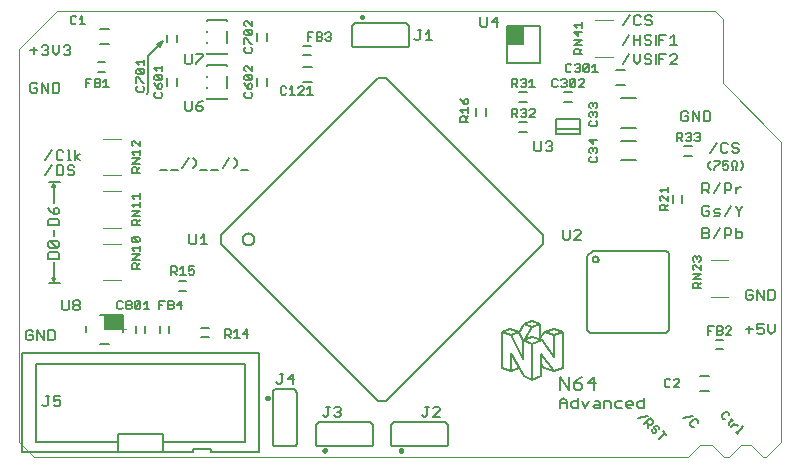
<source format=gto>
G75*
%MOIN*%
%OFA0B0*%
%FSLAX25Y25*%
%IPPOS*%
%LPD*%
%AMOC8*
5,1,8,0,0,1.08239X$1,22.5*
%
%ADD10C,0.00000*%
%ADD11C,0.00600*%
%ADD12C,0.00500*%
%ADD13C,0.00800*%
%ADD14C,0.01200*%
%ADD15C,0.00787*%
%ADD16C,0.00400*%
D10*
X0009500Y0011000D02*
X0227500Y0011000D01*
X0231500Y0015000D01*
X0235500Y0015000D01*
X0239500Y0011000D01*
X0241000Y0011000D01*
X0245000Y0015000D01*
X0248500Y0015000D01*
X0252500Y0011000D01*
X0253500Y0011000D01*
X0258500Y0016000D01*
X0258500Y0116000D01*
X0239000Y0135500D01*
X0239000Y0157000D01*
X0236500Y0159500D01*
X0017000Y0159500D01*
X0004500Y0147000D01*
X0004500Y0016000D01*
X0009500Y0011000D01*
X0039299Y0053500D02*
X0040283Y0053500D01*
D11*
X0043437Y0052250D02*
X0043437Y0054750D01*
X0046562Y0054750D02*
X0046562Y0052250D01*
X0051437Y0052250D02*
X0051437Y0054750D01*
X0054562Y0054750D02*
X0054562Y0052250D01*
X0065250Y0050937D02*
X0067750Y0050937D01*
X0067750Y0054062D02*
X0065250Y0054062D01*
X0060250Y0066438D02*
X0057750Y0066438D01*
X0057750Y0069563D02*
X0060250Y0069563D01*
X0061867Y0081800D02*
X0063001Y0081800D01*
X0063569Y0082367D01*
X0063569Y0085203D01*
X0064983Y0084069D02*
X0066117Y0085203D01*
X0066117Y0081800D01*
X0064983Y0081800D02*
X0067252Y0081800D01*
X0061867Y0081800D02*
X0061300Y0082367D01*
X0061300Y0085203D01*
X0064958Y0106733D02*
X0067227Y0106733D01*
X0068642Y0106733D02*
X0070910Y0106733D01*
X0072325Y0107300D02*
X0074593Y0110703D01*
X0076008Y0110703D02*
X0077142Y0109569D01*
X0077142Y0108434D01*
X0076008Y0107300D01*
X0078463Y0106733D02*
X0080732Y0106733D01*
X0063637Y0108434D02*
X0063637Y0109569D01*
X0062503Y0110703D01*
X0061088Y0110703D02*
X0058820Y0107300D01*
X0057405Y0106733D02*
X0055137Y0106733D01*
X0053722Y0106733D02*
X0051454Y0106733D01*
X0062503Y0107300D02*
X0063637Y0108434D01*
X0064050Y0126300D02*
X0065185Y0126300D01*
X0065752Y0126867D01*
X0065752Y0127434D01*
X0065185Y0128001D01*
X0063483Y0128001D01*
X0063483Y0126867D01*
X0064050Y0126300D01*
X0063483Y0128001D02*
X0064617Y0129136D01*
X0065752Y0129703D01*
X0067309Y0130400D02*
X0067309Y0130773D01*
X0067309Y0130400D02*
X0073691Y0130400D01*
X0073691Y0130773D01*
X0073691Y0133943D02*
X0073691Y0138057D01*
X0073691Y0141227D02*
X0073691Y0141600D01*
X0067309Y0141600D01*
X0067309Y0141227D01*
X0067309Y0138057D02*
X0067309Y0137683D01*
X0067309Y0134317D02*
X0067309Y0133943D01*
X0062069Y0129703D02*
X0062069Y0126867D01*
X0061501Y0126300D01*
X0060367Y0126300D01*
X0059800Y0126867D01*
X0059800Y0129703D01*
X0057062Y0134750D02*
X0057062Y0137250D01*
X0053937Y0137250D02*
X0053937Y0134750D01*
X0047500Y0132500D02*
X0047000Y0132000D01*
X0047500Y0132500D02*
X0047500Y0144500D01*
X0052500Y0149500D01*
X0050500Y0148500D01*
X0051500Y0147500D02*
X0052500Y0149500D01*
X0053937Y0149250D02*
X0053937Y0151750D01*
X0057062Y0151750D02*
X0057062Y0149250D01*
X0059800Y0145203D02*
X0059800Y0142367D01*
X0060367Y0141800D01*
X0061501Y0141800D01*
X0062069Y0142367D01*
X0062069Y0145203D01*
X0063483Y0145203D02*
X0065752Y0145203D01*
X0065752Y0144636D01*
X0063483Y0142367D01*
X0063483Y0141800D01*
X0067309Y0145400D02*
X0067309Y0145773D01*
X0067309Y0145400D02*
X0073691Y0145400D01*
X0073691Y0145773D01*
X0073691Y0148943D02*
X0073691Y0153057D01*
X0073691Y0156227D02*
X0073691Y0156600D01*
X0067309Y0156600D01*
X0067309Y0156227D01*
X0067309Y0153057D02*
X0067309Y0152683D01*
X0067309Y0149317D02*
X0067309Y0148943D01*
X0083938Y0149750D02*
X0083938Y0152250D01*
X0087062Y0152250D02*
X0087062Y0149750D01*
X0099250Y0148063D02*
X0101750Y0148063D01*
X0101750Y0144938D02*
X0099250Y0144938D01*
X0099000Y0141000D02*
X0102000Y0141000D01*
X0102000Y0136000D02*
X0099000Y0136000D01*
X0087062Y0137250D02*
X0087062Y0134750D01*
X0083938Y0134750D02*
X0083938Y0137250D01*
X0115500Y0148500D02*
X0115500Y0154500D01*
X0115502Y0154560D01*
X0115507Y0154621D01*
X0115516Y0154680D01*
X0115529Y0154739D01*
X0115545Y0154798D01*
X0115565Y0154855D01*
X0115588Y0154910D01*
X0115615Y0154965D01*
X0115644Y0155017D01*
X0115677Y0155068D01*
X0115713Y0155117D01*
X0115751Y0155163D01*
X0115793Y0155207D01*
X0115837Y0155249D01*
X0115883Y0155287D01*
X0115932Y0155323D01*
X0115983Y0155356D01*
X0116035Y0155385D01*
X0116090Y0155412D01*
X0116145Y0155435D01*
X0116202Y0155455D01*
X0116261Y0155471D01*
X0116320Y0155484D01*
X0116379Y0155493D01*
X0116440Y0155498D01*
X0116500Y0155500D01*
X0133500Y0155500D01*
X0133560Y0155498D01*
X0133621Y0155493D01*
X0133680Y0155484D01*
X0133739Y0155471D01*
X0133798Y0155455D01*
X0133855Y0155435D01*
X0133910Y0155412D01*
X0133965Y0155385D01*
X0134017Y0155356D01*
X0134068Y0155323D01*
X0134117Y0155287D01*
X0134163Y0155249D01*
X0134207Y0155207D01*
X0134249Y0155163D01*
X0134287Y0155117D01*
X0134323Y0155068D01*
X0134356Y0155017D01*
X0134385Y0154965D01*
X0134412Y0154910D01*
X0134435Y0154855D01*
X0134455Y0154798D01*
X0134471Y0154739D01*
X0134484Y0154680D01*
X0134493Y0154621D01*
X0134498Y0154560D01*
X0134500Y0154500D01*
X0134500Y0148500D01*
X0134498Y0148440D01*
X0134493Y0148379D01*
X0134484Y0148320D01*
X0134471Y0148261D01*
X0134455Y0148202D01*
X0134435Y0148145D01*
X0134412Y0148090D01*
X0134385Y0148035D01*
X0134356Y0147983D01*
X0134323Y0147932D01*
X0134287Y0147883D01*
X0134249Y0147837D01*
X0134207Y0147793D01*
X0134163Y0147751D01*
X0134117Y0147713D01*
X0134068Y0147677D01*
X0134017Y0147644D01*
X0133965Y0147615D01*
X0133910Y0147588D01*
X0133855Y0147565D01*
X0133798Y0147545D01*
X0133739Y0147529D01*
X0133680Y0147516D01*
X0133621Y0147507D01*
X0133560Y0147502D01*
X0133500Y0147500D01*
X0116500Y0147500D01*
X0116440Y0147502D01*
X0116379Y0147507D01*
X0116320Y0147516D01*
X0116261Y0147529D01*
X0116202Y0147545D01*
X0116145Y0147565D01*
X0116090Y0147588D01*
X0116035Y0147615D01*
X0115983Y0147644D01*
X0115932Y0147677D01*
X0115883Y0147713D01*
X0115837Y0147751D01*
X0115793Y0147793D01*
X0115751Y0147837D01*
X0115713Y0147883D01*
X0115677Y0147932D01*
X0115644Y0147983D01*
X0115615Y0148035D01*
X0115588Y0148090D01*
X0115565Y0148145D01*
X0115545Y0148202D01*
X0115529Y0148261D01*
X0115516Y0148320D01*
X0115507Y0148379D01*
X0115502Y0148440D01*
X0115500Y0148500D01*
X0136300Y0150367D02*
X0136867Y0149800D01*
X0137434Y0149800D01*
X0138001Y0150367D01*
X0138001Y0153203D01*
X0137434Y0153203D02*
X0138569Y0153203D01*
X0139983Y0152069D02*
X0141117Y0153203D01*
X0141117Y0149800D01*
X0139983Y0149800D02*
X0142252Y0149800D01*
X0158300Y0154867D02*
X0158867Y0154300D01*
X0160001Y0154300D01*
X0160569Y0154867D01*
X0160569Y0157703D01*
X0161983Y0156001D02*
X0164252Y0156001D01*
X0163685Y0154300D02*
X0163685Y0157703D01*
X0161983Y0156001D01*
X0158300Y0154867D02*
X0158300Y0157703D01*
X0171250Y0132563D02*
X0173750Y0132563D01*
X0173750Y0129437D02*
X0171250Y0129437D01*
X0171250Y0122562D02*
X0173750Y0122562D01*
X0173750Y0119437D02*
X0171250Y0119437D01*
X0176300Y0116203D02*
X0176300Y0113367D01*
X0176867Y0112800D01*
X0178001Y0112800D01*
X0178569Y0113367D01*
X0178569Y0116203D01*
X0179983Y0115636D02*
X0180550Y0116203D01*
X0181685Y0116203D01*
X0182252Y0115636D01*
X0182252Y0115069D01*
X0181685Y0114501D01*
X0182252Y0113934D01*
X0182252Y0113367D01*
X0181685Y0112800D01*
X0180550Y0112800D01*
X0179983Y0113367D01*
X0181117Y0114501D02*
X0181685Y0114501D01*
X0183563Y0118539D02*
X0183563Y0120131D01*
X0191437Y0120131D01*
X0191437Y0118539D01*
X0183563Y0118539D01*
X0183563Y0120131D02*
X0183563Y0123461D01*
X0191437Y0123461D01*
X0191437Y0120131D01*
X0205000Y0120500D02*
X0210000Y0120500D01*
X0210000Y0116125D02*
X0205000Y0116125D01*
X0205000Y0109875D02*
X0210000Y0109875D01*
X0226250Y0111437D02*
X0228750Y0111437D01*
X0228750Y0114562D02*
X0226250Y0114562D01*
X0234800Y0112300D02*
X0237069Y0115703D01*
X0238483Y0115136D02*
X0238483Y0112867D01*
X0239050Y0112300D01*
X0240185Y0112300D01*
X0240752Y0112867D01*
X0242166Y0112867D02*
X0242733Y0112300D01*
X0243868Y0112300D01*
X0244435Y0112867D01*
X0244435Y0113434D01*
X0243868Y0114001D01*
X0242733Y0114001D01*
X0242166Y0114569D01*
X0242166Y0115136D01*
X0242733Y0115703D01*
X0243868Y0115703D01*
X0244435Y0115136D01*
X0240752Y0115136D02*
X0240185Y0115703D01*
X0239050Y0115703D01*
X0238483Y0115136D01*
X0234368Y0122800D02*
X0232666Y0122800D01*
X0232666Y0126203D01*
X0234368Y0126203D01*
X0234935Y0125636D01*
X0234935Y0123367D01*
X0234368Y0122800D01*
X0231252Y0122800D02*
X0231252Y0126203D01*
X0228983Y0126203D02*
X0231252Y0122800D01*
X0228983Y0122800D02*
X0228983Y0126203D01*
X0227569Y0125636D02*
X0227001Y0126203D01*
X0225867Y0126203D01*
X0225300Y0125636D01*
X0225300Y0123367D01*
X0225867Y0122800D01*
X0227001Y0122800D01*
X0227569Y0123367D01*
X0227569Y0124501D01*
X0226434Y0124501D01*
X0210000Y0130500D02*
X0205000Y0130500D01*
X0203500Y0135000D02*
X0206500Y0135000D01*
X0206500Y0140000D02*
X0203500Y0140000D01*
X0205657Y0141800D02*
X0207925Y0145203D01*
X0209340Y0145203D02*
X0209340Y0142934D01*
X0210474Y0141800D01*
X0211608Y0142934D01*
X0211608Y0145203D01*
X0213023Y0144636D02*
X0213023Y0144069D01*
X0213590Y0143501D01*
X0214724Y0143501D01*
X0215291Y0142934D01*
X0215291Y0142367D01*
X0214724Y0141800D01*
X0213590Y0141800D01*
X0213023Y0142367D01*
X0213023Y0144636D02*
X0213590Y0145203D01*
X0214724Y0145203D01*
X0215291Y0144636D01*
X0216706Y0145203D02*
X0216706Y0141800D01*
X0217934Y0141800D02*
X0217934Y0145203D01*
X0220202Y0145203D01*
X0221617Y0144636D02*
X0222184Y0145203D01*
X0223318Y0145203D01*
X0223885Y0144636D01*
X0223885Y0144069D01*
X0221617Y0141800D01*
X0223885Y0141800D01*
X0219068Y0143501D02*
X0217934Y0143501D01*
X0217934Y0148300D02*
X0217934Y0151703D01*
X0220202Y0151703D01*
X0221617Y0150569D02*
X0222751Y0151703D01*
X0222751Y0148300D01*
X0221617Y0148300D02*
X0223885Y0148300D01*
X0219068Y0150001D02*
X0217934Y0150001D01*
X0216706Y0148300D02*
X0216706Y0151703D01*
X0215291Y0151136D02*
X0214724Y0151703D01*
X0213590Y0151703D01*
X0213023Y0151136D01*
X0213023Y0150569D01*
X0213590Y0150001D01*
X0214724Y0150001D01*
X0215291Y0149434D01*
X0215291Y0148867D01*
X0214724Y0148300D01*
X0213590Y0148300D01*
X0213023Y0148867D01*
X0211608Y0148300D02*
X0211608Y0151703D01*
X0211608Y0150001D02*
X0209340Y0150001D01*
X0209340Y0148300D02*
X0209340Y0151703D01*
X0207925Y0151703D02*
X0205657Y0148300D01*
X0205751Y0154800D02*
X0208019Y0158203D01*
X0209434Y0157636D02*
X0209434Y0155367D01*
X0210001Y0154800D01*
X0211135Y0154800D01*
X0211702Y0155367D01*
X0213117Y0155367D02*
X0213684Y0154800D01*
X0214818Y0154800D01*
X0215385Y0155367D01*
X0215385Y0155934D01*
X0214818Y0156501D01*
X0213684Y0156501D01*
X0213117Y0157069D01*
X0213117Y0157636D01*
X0213684Y0158203D01*
X0214818Y0158203D01*
X0215385Y0157636D01*
X0211702Y0157636D02*
X0211135Y0158203D01*
X0210001Y0158203D01*
X0209434Y0157636D01*
X0188750Y0132563D02*
X0186250Y0132563D01*
X0186250Y0129437D02*
X0188750Y0129437D01*
X0160063Y0127250D02*
X0160063Y0124750D01*
X0156938Y0124750D02*
X0156938Y0127250D01*
X0185800Y0086703D02*
X0185800Y0083867D01*
X0186367Y0083300D01*
X0187501Y0083300D01*
X0188069Y0083867D01*
X0188069Y0086703D01*
X0189483Y0086136D02*
X0190050Y0086703D01*
X0191185Y0086703D01*
X0191752Y0086136D01*
X0191752Y0085569D01*
X0189483Y0083300D01*
X0191752Y0083300D01*
X0195689Y0079780D02*
X0193720Y0077811D01*
X0193720Y0053205D01*
X0194705Y0052220D01*
X0220295Y0052220D01*
X0221280Y0053205D01*
X0221280Y0078795D01*
X0220295Y0079780D01*
X0195689Y0079780D01*
X0195689Y0076827D02*
X0195691Y0076889D01*
X0195697Y0076952D01*
X0195707Y0077013D01*
X0195721Y0077074D01*
X0195738Y0077134D01*
X0195759Y0077193D01*
X0195785Y0077250D01*
X0195813Y0077305D01*
X0195845Y0077359D01*
X0195881Y0077410D01*
X0195919Y0077460D01*
X0195961Y0077506D01*
X0196005Y0077550D01*
X0196053Y0077591D01*
X0196102Y0077629D01*
X0196154Y0077663D01*
X0196208Y0077694D01*
X0196264Y0077722D01*
X0196322Y0077746D01*
X0196381Y0077767D01*
X0196441Y0077783D01*
X0196502Y0077796D01*
X0196564Y0077805D01*
X0196626Y0077810D01*
X0196689Y0077811D01*
X0196751Y0077808D01*
X0196813Y0077801D01*
X0196875Y0077790D01*
X0196935Y0077775D01*
X0196995Y0077757D01*
X0197053Y0077735D01*
X0197110Y0077709D01*
X0197165Y0077679D01*
X0197218Y0077646D01*
X0197269Y0077610D01*
X0197317Y0077571D01*
X0197363Y0077528D01*
X0197406Y0077483D01*
X0197446Y0077435D01*
X0197483Y0077385D01*
X0197517Y0077332D01*
X0197548Y0077278D01*
X0197574Y0077222D01*
X0197598Y0077164D01*
X0197617Y0077104D01*
X0197633Y0077044D01*
X0197645Y0076982D01*
X0197653Y0076921D01*
X0197657Y0076858D01*
X0197657Y0076796D01*
X0197653Y0076733D01*
X0197645Y0076672D01*
X0197633Y0076610D01*
X0197617Y0076550D01*
X0197598Y0076490D01*
X0197574Y0076432D01*
X0197548Y0076376D01*
X0197517Y0076322D01*
X0197483Y0076269D01*
X0197446Y0076219D01*
X0197406Y0076171D01*
X0197363Y0076126D01*
X0197317Y0076083D01*
X0197269Y0076044D01*
X0197218Y0076008D01*
X0197165Y0075975D01*
X0197110Y0075945D01*
X0197053Y0075919D01*
X0196995Y0075897D01*
X0196935Y0075879D01*
X0196875Y0075864D01*
X0196813Y0075853D01*
X0196751Y0075846D01*
X0196689Y0075843D01*
X0196626Y0075844D01*
X0196564Y0075849D01*
X0196502Y0075858D01*
X0196441Y0075871D01*
X0196381Y0075887D01*
X0196322Y0075908D01*
X0196264Y0075932D01*
X0196208Y0075960D01*
X0196154Y0075991D01*
X0196102Y0076025D01*
X0196053Y0076063D01*
X0196005Y0076104D01*
X0195961Y0076148D01*
X0195919Y0076194D01*
X0195881Y0076244D01*
X0195845Y0076295D01*
X0195813Y0076349D01*
X0195785Y0076404D01*
X0195759Y0076461D01*
X0195738Y0076520D01*
X0195721Y0076580D01*
X0195707Y0076641D01*
X0195697Y0076702D01*
X0195691Y0076765D01*
X0195689Y0076827D01*
X0222437Y0095750D02*
X0222437Y0098250D01*
X0225562Y0098250D02*
X0225562Y0095750D01*
X0232300Y0094136D02*
X0232300Y0091867D01*
X0232867Y0091300D01*
X0234001Y0091300D01*
X0234569Y0091867D01*
X0234569Y0093001D01*
X0233434Y0093001D01*
X0232300Y0094136D02*
X0232867Y0094703D01*
X0234001Y0094703D01*
X0234569Y0094136D01*
X0235983Y0093001D02*
X0236550Y0092434D01*
X0237685Y0092434D01*
X0238252Y0091867D01*
X0237685Y0091300D01*
X0235983Y0091300D01*
X0235983Y0093001D02*
X0236550Y0093569D01*
X0238252Y0093569D01*
X0239666Y0091300D02*
X0241935Y0094703D01*
X0243349Y0094703D02*
X0243349Y0094136D01*
X0244484Y0093001D01*
X0244484Y0091300D01*
X0244484Y0093001D02*
X0245618Y0094136D01*
X0245618Y0094703D01*
X0243349Y0098800D02*
X0243349Y0101069D01*
X0243349Y0099934D02*
X0244484Y0101069D01*
X0245051Y0101069D01*
X0241935Y0101636D02*
X0241935Y0100501D01*
X0241368Y0099934D01*
X0239666Y0099934D01*
X0239666Y0098800D02*
X0239666Y0102203D01*
X0241368Y0102203D01*
X0241935Y0101636D01*
X0238252Y0102203D02*
X0235983Y0098800D01*
X0234569Y0098800D02*
X0233434Y0099934D01*
X0234001Y0099934D02*
X0232300Y0099934D01*
X0232300Y0098800D02*
X0232300Y0102203D01*
X0234001Y0102203D01*
X0234569Y0101636D01*
X0234569Y0100501D01*
X0234001Y0099934D01*
X0234001Y0087203D02*
X0232300Y0087203D01*
X0232300Y0083800D01*
X0234001Y0083800D01*
X0234569Y0084367D01*
X0234569Y0084934D01*
X0234001Y0085501D01*
X0232300Y0085501D01*
X0234001Y0085501D02*
X0234569Y0086069D01*
X0234569Y0086636D01*
X0234001Y0087203D01*
X0235983Y0083800D02*
X0238252Y0087203D01*
X0239666Y0087203D02*
X0241368Y0087203D01*
X0241935Y0086636D01*
X0241935Y0085501D01*
X0241368Y0084934D01*
X0239666Y0084934D01*
X0239666Y0083800D02*
X0239666Y0087203D01*
X0243349Y0087203D02*
X0243349Y0083800D01*
X0245051Y0083800D01*
X0245618Y0084367D01*
X0245618Y0085501D01*
X0245051Y0086069D01*
X0243349Y0086069D01*
X0247367Y0066703D02*
X0246800Y0066136D01*
X0246800Y0063867D01*
X0247367Y0063300D01*
X0248501Y0063300D01*
X0249069Y0063867D01*
X0249069Y0065001D01*
X0247934Y0065001D01*
X0249069Y0066136D02*
X0248501Y0066703D01*
X0247367Y0066703D01*
X0250483Y0066703D02*
X0252752Y0063300D01*
X0252752Y0066703D01*
X0254166Y0066703D02*
X0255868Y0066703D01*
X0256435Y0066136D01*
X0256435Y0063867D01*
X0255868Y0063300D01*
X0254166Y0063300D01*
X0254166Y0066703D01*
X0250483Y0066703D02*
X0250483Y0063300D01*
X0250483Y0055203D02*
X0250483Y0053501D01*
X0251617Y0054069D01*
X0252185Y0054069D01*
X0252752Y0053501D01*
X0252752Y0052367D01*
X0252185Y0051800D01*
X0251050Y0051800D01*
X0250483Y0052367D01*
X0249069Y0053501D02*
X0246800Y0053501D01*
X0247934Y0052367D02*
X0247934Y0054636D01*
X0250483Y0055203D02*
X0252752Y0055203D01*
X0254166Y0055203D02*
X0254166Y0052934D01*
X0255301Y0051800D01*
X0256435Y0052934D01*
X0256435Y0055203D01*
X0239250Y0050062D02*
X0236750Y0050062D01*
X0236750Y0046937D02*
X0239250Y0046937D01*
X0234500Y0038000D02*
X0231500Y0038000D01*
X0231500Y0033000D02*
X0234500Y0033000D01*
X0212851Y0030703D02*
X0212851Y0027300D01*
X0211149Y0027300D01*
X0210582Y0027867D01*
X0210582Y0029001D01*
X0211149Y0029569D01*
X0212851Y0029569D01*
X0209167Y0029001D02*
X0209167Y0028434D01*
X0206899Y0028434D01*
X0206899Y0027867D02*
X0206899Y0029001D01*
X0207466Y0029569D01*
X0208600Y0029569D01*
X0209167Y0029001D01*
X0208600Y0027300D02*
X0207466Y0027300D01*
X0206899Y0027867D01*
X0205484Y0027300D02*
X0203783Y0027300D01*
X0203216Y0027867D01*
X0203216Y0029001D01*
X0203783Y0029569D01*
X0205484Y0029569D01*
X0201801Y0029001D02*
X0201801Y0027300D01*
X0201801Y0029001D02*
X0201234Y0029569D01*
X0199533Y0029569D01*
X0199533Y0027300D01*
X0198118Y0027300D02*
X0198118Y0029001D01*
X0197551Y0029569D01*
X0196417Y0029569D01*
X0196417Y0028434D02*
X0198118Y0028434D01*
X0198118Y0027300D02*
X0196417Y0027300D01*
X0195849Y0027867D01*
X0196417Y0028434D01*
X0194435Y0029569D02*
X0193301Y0027300D01*
X0192166Y0029569D01*
X0190752Y0029569D02*
X0189050Y0029569D01*
X0188483Y0029001D01*
X0188483Y0027867D01*
X0189050Y0027300D01*
X0190752Y0027300D01*
X0190752Y0030703D01*
X0187069Y0029569D02*
X0187069Y0027300D01*
X0187069Y0029001D02*
X0184800Y0029001D01*
X0184800Y0029569D02*
X0184800Y0027300D01*
X0184800Y0029569D02*
X0185934Y0030703D01*
X0187069Y0029569D01*
X0147500Y0021500D02*
X0147500Y0015500D01*
X0147498Y0015440D01*
X0147493Y0015379D01*
X0147484Y0015320D01*
X0147471Y0015261D01*
X0147455Y0015202D01*
X0147435Y0015145D01*
X0147412Y0015090D01*
X0147385Y0015035D01*
X0147356Y0014983D01*
X0147323Y0014932D01*
X0147287Y0014883D01*
X0147249Y0014837D01*
X0147207Y0014793D01*
X0147163Y0014751D01*
X0147117Y0014713D01*
X0147068Y0014677D01*
X0147017Y0014644D01*
X0146965Y0014615D01*
X0146910Y0014588D01*
X0146855Y0014565D01*
X0146798Y0014545D01*
X0146739Y0014529D01*
X0146680Y0014516D01*
X0146621Y0014507D01*
X0146560Y0014502D01*
X0146500Y0014500D01*
X0129500Y0014500D01*
X0129440Y0014502D01*
X0129379Y0014507D01*
X0129320Y0014516D01*
X0129261Y0014529D01*
X0129202Y0014545D01*
X0129145Y0014565D01*
X0129090Y0014588D01*
X0129035Y0014615D01*
X0128983Y0014644D01*
X0128932Y0014677D01*
X0128883Y0014713D01*
X0128837Y0014751D01*
X0128793Y0014793D01*
X0128751Y0014837D01*
X0128713Y0014883D01*
X0128677Y0014932D01*
X0128644Y0014983D01*
X0128615Y0015035D01*
X0128588Y0015090D01*
X0128565Y0015145D01*
X0128545Y0015202D01*
X0128529Y0015261D01*
X0128516Y0015320D01*
X0128507Y0015379D01*
X0128502Y0015440D01*
X0128500Y0015500D01*
X0128500Y0021500D01*
X0128502Y0021560D01*
X0128507Y0021621D01*
X0128516Y0021680D01*
X0128529Y0021739D01*
X0128545Y0021798D01*
X0128565Y0021855D01*
X0128588Y0021910D01*
X0128615Y0021965D01*
X0128644Y0022017D01*
X0128677Y0022068D01*
X0128713Y0022117D01*
X0128751Y0022163D01*
X0128793Y0022207D01*
X0128837Y0022249D01*
X0128883Y0022287D01*
X0128932Y0022323D01*
X0128983Y0022356D01*
X0129035Y0022385D01*
X0129090Y0022412D01*
X0129145Y0022435D01*
X0129202Y0022455D01*
X0129261Y0022471D01*
X0129320Y0022484D01*
X0129379Y0022493D01*
X0129440Y0022498D01*
X0129500Y0022500D01*
X0146500Y0022500D01*
X0146560Y0022498D01*
X0146621Y0022493D01*
X0146680Y0022484D01*
X0146739Y0022471D01*
X0146798Y0022455D01*
X0146855Y0022435D01*
X0146910Y0022412D01*
X0146965Y0022385D01*
X0147017Y0022356D01*
X0147068Y0022323D01*
X0147117Y0022287D01*
X0147163Y0022249D01*
X0147207Y0022207D01*
X0147249Y0022163D01*
X0147287Y0022117D01*
X0147323Y0022068D01*
X0147356Y0022017D01*
X0147385Y0021965D01*
X0147412Y0021910D01*
X0147435Y0021855D01*
X0147455Y0021798D01*
X0147471Y0021739D01*
X0147484Y0021680D01*
X0147493Y0021621D01*
X0147498Y0021560D01*
X0147500Y0021500D01*
X0144752Y0024300D02*
X0142483Y0024300D01*
X0144752Y0026569D01*
X0144752Y0027136D01*
X0144185Y0027703D01*
X0143050Y0027703D01*
X0142483Y0027136D01*
X0141069Y0027703D02*
X0139934Y0027703D01*
X0140501Y0027703D02*
X0140501Y0024867D01*
X0139934Y0024300D01*
X0139367Y0024300D01*
X0138800Y0024867D01*
X0122500Y0021500D02*
X0122500Y0015500D01*
X0122498Y0015440D01*
X0122493Y0015379D01*
X0122484Y0015320D01*
X0122471Y0015261D01*
X0122455Y0015202D01*
X0122435Y0015145D01*
X0122412Y0015090D01*
X0122385Y0015035D01*
X0122356Y0014983D01*
X0122323Y0014932D01*
X0122287Y0014883D01*
X0122249Y0014837D01*
X0122207Y0014793D01*
X0122163Y0014751D01*
X0122117Y0014713D01*
X0122068Y0014677D01*
X0122017Y0014644D01*
X0121965Y0014615D01*
X0121910Y0014588D01*
X0121855Y0014565D01*
X0121798Y0014545D01*
X0121739Y0014529D01*
X0121680Y0014516D01*
X0121621Y0014507D01*
X0121560Y0014502D01*
X0121500Y0014500D01*
X0104500Y0014500D01*
X0104440Y0014502D01*
X0104379Y0014507D01*
X0104320Y0014516D01*
X0104261Y0014529D01*
X0104202Y0014545D01*
X0104145Y0014565D01*
X0104090Y0014588D01*
X0104035Y0014615D01*
X0103983Y0014644D01*
X0103932Y0014677D01*
X0103883Y0014713D01*
X0103837Y0014751D01*
X0103793Y0014793D01*
X0103751Y0014837D01*
X0103713Y0014883D01*
X0103677Y0014932D01*
X0103644Y0014983D01*
X0103615Y0015035D01*
X0103588Y0015090D01*
X0103565Y0015145D01*
X0103545Y0015202D01*
X0103529Y0015261D01*
X0103516Y0015320D01*
X0103507Y0015379D01*
X0103502Y0015440D01*
X0103500Y0015500D01*
X0103500Y0021500D01*
X0103502Y0021560D01*
X0103507Y0021621D01*
X0103516Y0021680D01*
X0103529Y0021739D01*
X0103545Y0021798D01*
X0103565Y0021855D01*
X0103588Y0021910D01*
X0103615Y0021965D01*
X0103644Y0022017D01*
X0103677Y0022068D01*
X0103713Y0022117D01*
X0103751Y0022163D01*
X0103793Y0022207D01*
X0103837Y0022249D01*
X0103883Y0022287D01*
X0103932Y0022323D01*
X0103983Y0022356D01*
X0104035Y0022385D01*
X0104090Y0022412D01*
X0104145Y0022435D01*
X0104202Y0022455D01*
X0104261Y0022471D01*
X0104320Y0022484D01*
X0104379Y0022493D01*
X0104440Y0022498D01*
X0104500Y0022500D01*
X0121500Y0022500D01*
X0121560Y0022498D01*
X0121621Y0022493D01*
X0121680Y0022484D01*
X0121739Y0022471D01*
X0121798Y0022455D01*
X0121855Y0022435D01*
X0121910Y0022412D01*
X0121965Y0022385D01*
X0122017Y0022356D01*
X0122068Y0022323D01*
X0122117Y0022287D01*
X0122163Y0022249D01*
X0122207Y0022207D01*
X0122249Y0022163D01*
X0122287Y0022117D01*
X0122323Y0022068D01*
X0122356Y0022017D01*
X0122385Y0021965D01*
X0122412Y0021910D01*
X0122435Y0021855D01*
X0122455Y0021798D01*
X0122471Y0021739D01*
X0122484Y0021680D01*
X0122493Y0021621D01*
X0122498Y0021560D01*
X0122500Y0021500D01*
X0111752Y0024867D02*
X0111185Y0024300D01*
X0110050Y0024300D01*
X0109483Y0024867D01*
X0110617Y0026001D02*
X0111185Y0026001D01*
X0111752Y0025434D01*
X0111752Y0024867D01*
X0111185Y0026001D02*
X0111752Y0026569D01*
X0111752Y0027136D01*
X0111185Y0027703D01*
X0110050Y0027703D01*
X0109483Y0027136D01*
X0108069Y0027703D02*
X0106934Y0027703D01*
X0107501Y0027703D02*
X0107501Y0024867D01*
X0106934Y0024300D01*
X0106367Y0024300D01*
X0105800Y0024867D01*
X0097000Y0032500D02*
X0097000Y0015500D01*
X0096998Y0015440D01*
X0096993Y0015379D01*
X0096984Y0015320D01*
X0096971Y0015261D01*
X0096955Y0015202D01*
X0096935Y0015145D01*
X0096912Y0015090D01*
X0096885Y0015035D01*
X0096856Y0014983D01*
X0096823Y0014932D01*
X0096787Y0014883D01*
X0096749Y0014837D01*
X0096707Y0014793D01*
X0096663Y0014751D01*
X0096617Y0014713D01*
X0096568Y0014677D01*
X0096517Y0014644D01*
X0096465Y0014615D01*
X0096410Y0014588D01*
X0096355Y0014565D01*
X0096298Y0014545D01*
X0096239Y0014529D01*
X0096180Y0014516D01*
X0096121Y0014507D01*
X0096060Y0014502D01*
X0096000Y0014500D01*
X0090000Y0014500D01*
X0089940Y0014502D01*
X0089879Y0014507D01*
X0089820Y0014516D01*
X0089761Y0014529D01*
X0089702Y0014545D01*
X0089645Y0014565D01*
X0089590Y0014588D01*
X0089535Y0014615D01*
X0089483Y0014644D01*
X0089432Y0014677D01*
X0089383Y0014713D01*
X0089337Y0014751D01*
X0089293Y0014793D01*
X0089251Y0014837D01*
X0089213Y0014883D01*
X0089177Y0014932D01*
X0089144Y0014983D01*
X0089115Y0015035D01*
X0089088Y0015090D01*
X0089065Y0015145D01*
X0089045Y0015202D01*
X0089029Y0015261D01*
X0089016Y0015320D01*
X0089007Y0015379D01*
X0089002Y0015440D01*
X0089000Y0015500D01*
X0089000Y0032500D01*
X0089002Y0032560D01*
X0089007Y0032621D01*
X0089016Y0032680D01*
X0089029Y0032739D01*
X0089045Y0032798D01*
X0089065Y0032855D01*
X0089088Y0032910D01*
X0089115Y0032965D01*
X0089144Y0033017D01*
X0089177Y0033068D01*
X0089213Y0033117D01*
X0089251Y0033163D01*
X0089293Y0033207D01*
X0089337Y0033249D01*
X0089383Y0033287D01*
X0089432Y0033323D01*
X0089483Y0033356D01*
X0089535Y0033385D01*
X0089590Y0033412D01*
X0089645Y0033435D01*
X0089702Y0033455D01*
X0089761Y0033471D01*
X0089820Y0033484D01*
X0089879Y0033493D01*
X0089940Y0033498D01*
X0090000Y0033500D01*
X0096000Y0033500D01*
X0096060Y0033498D01*
X0096121Y0033493D01*
X0096180Y0033484D01*
X0096239Y0033471D01*
X0096298Y0033455D01*
X0096355Y0033435D01*
X0096410Y0033412D01*
X0096465Y0033385D01*
X0096517Y0033356D01*
X0096568Y0033323D01*
X0096617Y0033287D01*
X0096663Y0033249D01*
X0096707Y0033207D01*
X0096749Y0033163D01*
X0096787Y0033117D01*
X0096823Y0033068D01*
X0096856Y0033017D01*
X0096885Y0032965D01*
X0096912Y0032910D01*
X0096935Y0032855D01*
X0096955Y0032798D01*
X0096971Y0032739D01*
X0096984Y0032680D01*
X0096993Y0032621D01*
X0096998Y0032560D01*
X0097000Y0032500D01*
X0095685Y0035300D02*
X0095685Y0038703D01*
X0093983Y0037001D01*
X0096252Y0037001D01*
X0092569Y0038703D02*
X0091434Y0038703D01*
X0092001Y0038703D02*
X0092001Y0035867D01*
X0091434Y0035300D01*
X0090867Y0035300D01*
X0090300Y0035867D01*
X0024752Y0060367D02*
X0024185Y0059800D01*
X0023050Y0059800D01*
X0022483Y0060367D01*
X0022483Y0060934D01*
X0023050Y0061501D01*
X0024185Y0061501D01*
X0024752Y0060934D01*
X0024752Y0060367D01*
X0024185Y0061501D02*
X0024752Y0062069D01*
X0024752Y0062636D01*
X0024185Y0063203D01*
X0023050Y0063203D01*
X0022483Y0062636D01*
X0022483Y0062069D01*
X0023050Y0061501D01*
X0021069Y0060367D02*
X0020501Y0059800D01*
X0019367Y0059800D01*
X0018800Y0060367D01*
X0018800Y0063203D01*
X0021069Y0063203D02*
X0021069Y0060367D01*
X0015868Y0053203D02*
X0014166Y0053203D01*
X0014166Y0049800D01*
X0015868Y0049800D01*
X0016435Y0050367D01*
X0016435Y0052636D01*
X0015868Y0053203D01*
X0012752Y0053203D02*
X0012752Y0049800D01*
X0010483Y0053203D01*
X0010483Y0049800D01*
X0009069Y0050367D02*
X0009069Y0051501D01*
X0007934Y0051501D01*
X0006800Y0050367D02*
X0007367Y0049800D01*
X0008501Y0049800D01*
X0009069Y0050367D01*
X0006800Y0050367D02*
X0006800Y0052636D01*
X0007367Y0053203D01*
X0008501Y0053203D01*
X0009069Y0052636D01*
X0014500Y0069000D02*
X0018000Y0069000D01*
X0016000Y0069500D02*
X0015500Y0070500D01*
X0016500Y0070500D02*
X0016000Y0069500D01*
X0016000Y0076000D01*
X0017700Y0077092D02*
X0014297Y0077092D01*
X0014297Y0078794D01*
X0014864Y0079361D01*
X0017133Y0079361D01*
X0017700Y0078794D01*
X0017700Y0077092D01*
X0017133Y0080775D02*
X0014864Y0080775D01*
X0014297Y0081342D01*
X0014297Y0082477D01*
X0014864Y0083044D01*
X0017133Y0080775D01*
X0017700Y0081342D01*
X0017700Y0082477D01*
X0017133Y0083044D01*
X0014864Y0083044D01*
X0015999Y0084458D02*
X0015999Y0086727D01*
X0017700Y0088142D02*
X0014297Y0088142D01*
X0014297Y0089843D01*
X0014864Y0090410D01*
X0017133Y0090410D01*
X0017700Y0089843D01*
X0017700Y0088142D01*
X0017133Y0091825D02*
X0017700Y0092392D01*
X0017700Y0093526D01*
X0017133Y0094093D01*
X0016566Y0094093D01*
X0015999Y0093526D01*
X0015999Y0091825D01*
X0017133Y0091825D01*
X0015999Y0091825D02*
X0014864Y0092959D01*
X0014297Y0094093D01*
X0016000Y0095500D02*
X0016000Y0102000D01*
X0016500Y0101000D01*
X0015500Y0101000D02*
X0016000Y0102000D01*
X0014500Y0102500D02*
X0018000Y0102500D01*
X0018685Y0104800D02*
X0016983Y0104800D01*
X0016983Y0108203D01*
X0018685Y0108203D01*
X0019252Y0107636D01*
X0019252Y0105367D01*
X0018685Y0104800D01*
X0020666Y0105367D02*
X0021233Y0104800D01*
X0022368Y0104800D01*
X0022935Y0105367D01*
X0022935Y0105934D01*
X0022368Y0106501D01*
X0021233Y0106501D01*
X0020666Y0107069D01*
X0020666Y0107636D01*
X0021233Y0108203D01*
X0022368Y0108203D01*
X0022935Y0107636D01*
X0023122Y0109800D02*
X0023122Y0113203D01*
X0021233Y0113203D02*
X0021233Y0109800D01*
X0020666Y0109800D02*
X0021801Y0109800D01*
X0023122Y0110934D02*
X0024823Y0112069D01*
X0023122Y0110934D02*
X0024823Y0109800D01*
X0021233Y0113203D02*
X0020666Y0113203D01*
X0019252Y0112636D02*
X0018685Y0113203D01*
X0017550Y0113203D01*
X0016983Y0112636D01*
X0016983Y0110367D01*
X0017550Y0109800D01*
X0018685Y0109800D01*
X0019252Y0110367D01*
X0015569Y0108203D02*
X0013300Y0104800D01*
X0013300Y0109800D02*
X0015569Y0113203D01*
X0015666Y0132300D02*
X0017368Y0132300D01*
X0017935Y0132867D01*
X0017935Y0135136D01*
X0017368Y0135703D01*
X0015666Y0135703D01*
X0015666Y0132300D01*
X0014252Y0132300D02*
X0014252Y0135703D01*
X0011983Y0135703D02*
X0014252Y0132300D01*
X0011983Y0132300D02*
X0011983Y0135703D01*
X0010569Y0135136D02*
X0010001Y0135703D01*
X0008867Y0135703D01*
X0008300Y0135136D01*
X0008300Y0132867D01*
X0008867Y0132300D01*
X0010001Y0132300D01*
X0010569Y0132867D01*
X0010569Y0134001D01*
X0009434Y0134001D01*
X0012550Y0144800D02*
X0011983Y0145367D01*
X0012550Y0144800D02*
X0013685Y0144800D01*
X0014252Y0145367D01*
X0014252Y0145934D01*
X0013685Y0146501D01*
X0013117Y0146501D01*
X0013685Y0146501D02*
X0014252Y0147069D01*
X0014252Y0147636D01*
X0013685Y0148203D01*
X0012550Y0148203D01*
X0011983Y0147636D01*
X0010569Y0146501D02*
X0008300Y0146501D01*
X0009434Y0145367D02*
X0009434Y0147636D01*
X0015666Y0148203D02*
X0015666Y0145934D01*
X0016801Y0144800D01*
X0017935Y0145934D01*
X0017935Y0148203D01*
X0019349Y0147636D02*
X0019917Y0148203D01*
X0021051Y0148203D01*
X0021618Y0147636D01*
X0021618Y0147069D01*
X0021051Y0146501D01*
X0021618Y0145934D01*
X0021618Y0145367D01*
X0021051Y0144800D01*
X0019917Y0144800D01*
X0019349Y0145367D01*
X0020484Y0146501D02*
X0021051Y0146501D01*
X0030750Y0142563D02*
X0033250Y0142563D01*
X0033250Y0139438D02*
X0030750Y0139438D01*
X0031500Y0148500D02*
X0034500Y0148500D01*
X0034500Y0153500D02*
X0031500Y0153500D01*
X0018252Y0031203D02*
X0015983Y0031203D01*
X0015983Y0029501D01*
X0017117Y0030069D01*
X0017685Y0030069D01*
X0018252Y0029501D01*
X0018252Y0028367D01*
X0017685Y0027800D01*
X0016550Y0027800D01*
X0015983Y0028367D01*
X0014001Y0028367D02*
X0014001Y0031203D01*
X0013434Y0031203D02*
X0014569Y0031203D01*
X0014001Y0028367D02*
X0013434Y0027800D01*
X0012867Y0027800D01*
X0012300Y0028367D01*
D12*
X0031425Y0048579D02*
X0034575Y0048579D01*
X0033000Y0053600D02*
X0039300Y0053600D01*
X0039300Y0058400D01*
X0033000Y0058400D01*
X0033000Y0053600D01*
X0033000Y0053872D02*
X0039300Y0053872D01*
X0039299Y0053500D02*
X0039299Y0054484D01*
X0039300Y0054370D02*
X0033000Y0054370D01*
X0033000Y0054869D02*
X0039300Y0054869D01*
X0039300Y0055368D02*
X0033000Y0055368D01*
X0033000Y0055866D02*
X0039300Y0055866D01*
X0039300Y0056365D02*
X0033000Y0056365D01*
X0033000Y0056863D02*
X0039300Y0056863D01*
X0039300Y0057362D02*
X0033000Y0057362D01*
X0033000Y0057860D02*
X0039300Y0057860D01*
X0039300Y0058359D02*
X0033000Y0058359D01*
X0034575Y0058421D02*
X0031425Y0058421D01*
X0026701Y0054484D02*
X0026701Y0052516D01*
X0039299Y0052516D02*
X0039299Y0053500D01*
X0038601Y0060250D02*
X0039052Y0060700D01*
X0038601Y0060250D02*
X0037700Y0060250D01*
X0037250Y0060700D01*
X0037250Y0062502D01*
X0037700Y0062952D01*
X0038601Y0062952D01*
X0039052Y0062502D01*
X0040197Y0062502D02*
X0040197Y0062052D01*
X0040647Y0061601D01*
X0041548Y0061601D01*
X0041998Y0061151D01*
X0041998Y0060700D01*
X0041548Y0060250D01*
X0040647Y0060250D01*
X0040197Y0060700D01*
X0040197Y0061151D01*
X0040647Y0061601D01*
X0041548Y0061601D02*
X0041998Y0062052D01*
X0041998Y0062502D01*
X0041548Y0062952D01*
X0040647Y0062952D01*
X0040197Y0062502D01*
X0043143Y0062502D02*
X0043143Y0060700D01*
X0044945Y0062502D01*
X0044945Y0060700D01*
X0044494Y0060250D01*
X0043593Y0060250D01*
X0043143Y0060700D01*
X0043143Y0062502D02*
X0043593Y0062952D01*
X0044494Y0062952D01*
X0044945Y0062502D01*
X0046090Y0062052D02*
X0046990Y0062952D01*
X0046990Y0060250D01*
X0046090Y0060250D02*
X0047891Y0060250D01*
X0051250Y0060250D02*
X0051250Y0062952D01*
X0053052Y0062952D01*
X0054197Y0062952D02*
X0055548Y0062952D01*
X0055998Y0062502D01*
X0055998Y0062052D01*
X0055548Y0061601D01*
X0054197Y0061601D01*
X0055548Y0061601D02*
X0055998Y0061151D01*
X0055998Y0060700D01*
X0055548Y0060250D01*
X0054197Y0060250D01*
X0054197Y0062952D01*
X0052151Y0061601D02*
X0051250Y0061601D01*
X0057143Y0061601D02*
X0058945Y0061601D01*
X0058494Y0060250D02*
X0058494Y0062952D01*
X0057143Y0061601D01*
X0073250Y0053452D02*
X0073250Y0050750D01*
X0073250Y0051651D02*
X0074601Y0051651D01*
X0075052Y0052101D01*
X0075052Y0053002D01*
X0074601Y0053452D01*
X0073250Y0053452D01*
X0074151Y0051651D02*
X0075052Y0050750D01*
X0076197Y0050750D02*
X0077998Y0050750D01*
X0077097Y0050750D02*
X0077097Y0053452D01*
X0076197Y0052552D01*
X0079143Y0052101D02*
X0080945Y0052101D01*
X0080494Y0050750D02*
X0080494Y0053452D01*
X0079143Y0052101D01*
X0062494Y0071750D02*
X0061593Y0071750D01*
X0061143Y0072200D01*
X0061143Y0073101D02*
X0062044Y0073552D01*
X0062494Y0073552D01*
X0062945Y0073101D01*
X0062945Y0072200D01*
X0062494Y0071750D01*
X0061143Y0073101D02*
X0061143Y0074452D01*
X0062945Y0074452D01*
X0059097Y0074452D02*
X0059097Y0071750D01*
X0058197Y0071750D02*
X0059998Y0071750D01*
X0058197Y0073552D02*
X0059097Y0074452D01*
X0057052Y0074002D02*
X0057052Y0073101D01*
X0056601Y0072651D01*
X0055250Y0072651D01*
X0056151Y0072651D02*
X0057052Y0071750D01*
X0055250Y0071750D02*
X0055250Y0074452D01*
X0056601Y0074452D01*
X0057052Y0074002D01*
X0044750Y0073750D02*
X0042048Y0073750D01*
X0042048Y0075101D01*
X0042498Y0075552D01*
X0043399Y0075552D01*
X0043849Y0075101D01*
X0043849Y0073750D01*
X0043849Y0074651D02*
X0044750Y0075552D01*
X0044750Y0076697D02*
X0042048Y0076697D01*
X0044750Y0078498D01*
X0042048Y0078498D01*
X0042948Y0079643D02*
X0042048Y0080544D01*
X0044750Y0080544D01*
X0044750Y0079643D02*
X0044750Y0081445D01*
X0044300Y0082590D02*
X0042498Y0084391D01*
X0044300Y0084391D01*
X0044750Y0083941D01*
X0044750Y0083040D01*
X0044300Y0082590D01*
X0042498Y0082590D01*
X0042048Y0083040D01*
X0042048Y0083941D01*
X0042498Y0084391D01*
X0042048Y0088250D02*
X0042048Y0089601D01*
X0042498Y0090052D01*
X0043399Y0090052D01*
X0043849Y0089601D01*
X0043849Y0088250D01*
X0043849Y0089151D02*
X0044750Y0090052D01*
X0044750Y0091197D02*
X0042048Y0091197D01*
X0044750Y0092998D01*
X0042048Y0092998D01*
X0042948Y0094143D02*
X0042048Y0095044D01*
X0044750Y0095044D01*
X0044750Y0094143D02*
X0044750Y0095945D01*
X0044750Y0097090D02*
X0044750Y0098891D01*
X0044750Y0097990D02*
X0042048Y0097990D01*
X0042948Y0097090D01*
X0042048Y0088250D02*
X0044750Y0088250D01*
X0044750Y0105750D02*
X0042048Y0105750D01*
X0042048Y0107101D01*
X0042498Y0107552D01*
X0043399Y0107552D01*
X0043849Y0107101D01*
X0043849Y0105750D01*
X0043849Y0106651D02*
X0044750Y0107552D01*
X0044750Y0108697D02*
X0042048Y0108697D01*
X0044750Y0110498D01*
X0042048Y0110498D01*
X0042948Y0111643D02*
X0042048Y0112544D01*
X0044750Y0112544D01*
X0044750Y0111643D02*
X0044750Y0113445D01*
X0044750Y0114590D02*
X0042948Y0116391D01*
X0042498Y0116391D01*
X0042048Y0115941D01*
X0042048Y0115040D01*
X0042498Y0114590D01*
X0044750Y0114590D02*
X0044750Y0116391D01*
X0049998Y0130750D02*
X0051800Y0130750D01*
X0052250Y0131200D01*
X0052250Y0132101D01*
X0051800Y0132552D01*
X0051800Y0133697D02*
X0052250Y0134147D01*
X0052250Y0135048D01*
X0051800Y0135498D01*
X0051349Y0135498D01*
X0050899Y0135048D01*
X0050899Y0133697D01*
X0051800Y0133697D01*
X0050899Y0133697D02*
X0049998Y0134597D01*
X0049548Y0135498D01*
X0049998Y0136643D02*
X0049548Y0137093D01*
X0049548Y0137994D01*
X0049998Y0138445D01*
X0051800Y0136643D01*
X0052250Y0137093D01*
X0052250Y0137994D01*
X0051800Y0138445D01*
X0049998Y0138445D01*
X0050448Y0139590D02*
X0049548Y0140490D01*
X0052250Y0140490D01*
X0052250Y0139590D02*
X0052250Y0141391D01*
X0051800Y0136643D02*
X0049998Y0136643D01*
X0046250Y0135697D02*
X0045800Y0135697D01*
X0043998Y0137498D01*
X0043548Y0137498D01*
X0043548Y0135697D01*
X0043998Y0134552D02*
X0043548Y0134101D01*
X0043548Y0133200D01*
X0043998Y0132750D01*
X0045800Y0132750D01*
X0046250Y0133200D01*
X0046250Y0134101D01*
X0045800Y0134552D01*
X0049548Y0132101D02*
X0049548Y0131200D01*
X0049998Y0130750D01*
X0049548Y0132101D02*
X0049998Y0132552D01*
X0045800Y0138643D02*
X0043998Y0138643D01*
X0043548Y0139093D01*
X0043548Y0139994D01*
X0043998Y0140445D01*
X0045800Y0138643D01*
X0046250Y0139093D01*
X0046250Y0139994D01*
X0045800Y0140445D01*
X0043998Y0140445D01*
X0044448Y0141590D02*
X0043548Y0142490D01*
X0046250Y0142490D01*
X0046250Y0141590D02*
X0046250Y0143391D01*
X0033544Y0136952D02*
X0032643Y0136052D01*
X0031498Y0136052D02*
X0031048Y0135601D01*
X0029697Y0135601D01*
X0031048Y0135601D02*
X0031498Y0135151D01*
X0031498Y0134700D01*
X0031048Y0134250D01*
X0029697Y0134250D01*
X0029697Y0136952D01*
X0031048Y0136952D01*
X0031498Y0136502D01*
X0031498Y0136052D01*
X0032643Y0134250D02*
X0034445Y0134250D01*
X0033544Y0134250D02*
X0033544Y0136952D01*
X0028552Y0136952D02*
X0026750Y0136952D01*
X0026750Y0134250D01*
X0026750Y0135601D02*
X0027651Y0135601D01*
X0026498Y0155250D02*
X0024697Y0155250D01*
X0025597Y0155250D02*
X0025597Y0157952D01*
X0024697Y0157052D01*
X0023552Y0157502D02*
X0023101Y0157952D01*
X0022200Y0157952D01*
X0021750Y0157502D01*
X0021750Y0155700D01*
X0022200Y0155250D01*
X0023101Y0155250D01*
X0023552Y0155700D01*
X0079548Y0155941D02*
X0079548Y0155040D01*
X0079998Y0154590D01*
X0079998Y0153445D02*
X0081800Y0151643D01*
X0082250Y0152093D01*
X0082250Y0152994D01*
X0081800Y0153445D01*
X0079998Y0153445D01*
X0079548Y0152994D01*
X0079548Y0152093D01*
X0079998Y0151643D01*
X0081800Y0151643D01*
X0079998Y0150498D02*
X0081800Y0148697D01*
X0082250Y0148697D01*
X0081800Y0147552D02*
X0082250Y0147101D01*
X0082250Y0146200D01*
X0081800Y0145750D01*
X0079998Y0145750D01*
X0079548Y0146200D01*
X0079548Y0147101D01*
X0079998Y0147552D01*
X0079548Y0148697D02*
X0079548Y0150498D01*
X0079998Y0150498D01*
X0082250Y0154590D02*
X0080448Y0156391D01*
X0079998Y0156391D01*
X0079548Y0155941D01*
X0082250Y0156391D02*
X0082250Y0154590D01*
X0100750Y0152452D02*
X0100750Y0149750D01*
X0100750Y0151101D02*
X0101651Y0151101D01*
X0100750Y0152452D02*
X0102552Y0152452D01*
X0103697Y0152452D02*
X0103697Y0149750D01*
X0105048Y0149750D01*
X0105498Y0150200D01*
X0105498Y0150651D01*
X0105048Y0151101D01*
X0103697Y0151101D01*
X0105048Y0151101D02*
X0105498Y0151552D01*
X0105498Y0152002D01*
X0105048Y0152452D01*
X0103697Y0152452D01*
X0106643Y0152002D02*
X0107093Y0152452D01*
X0107994Y0152452D01*
X0108445Y0152002D01*
X0108445Y0151552D01*
X0107994Y0151101D01*
X0108445Y0150651D01*
X0108445Y0150200D01*
X0107994Y0149750D01*
X0107093Y0149750D01*
X0106643Y0150200D01*
X0107544Y0151101D02*
X0107994Y0151101D01*
X0082250Y0141391D02*
X0082250Y0139590D01*
X0080448Y0141391D01*
X0079998Y0141391D01*
X0079548Y0140941D01*
X0079548Y0140040D01*
X0079998Y0139590D01*
X0079998Y0138445D02*
X0081800Y0136643D01*
X0082250Y0137093D01*
X0082250Y0137994D01*
X0081800Y0138445D01*
X0079998Y0138445D01*
X0079548Y0137994D01*
X0079548Y0137093D01*
X0079998Y0136643D01*
X0081800Y0136643D01*
X0081800Y0135498D02*
X0081349Y0135498D01*
X0080899Y0135048D01*
X0080899Y0133697D01*
X0081800Y0133697D01*
X0082250Y0134147D01*
X0082250Y0135048D01*
X0081800Y0135498D01*
X0080899Y0133697D02*
X0079998Y0134597D01*
X0079548Y0135498D01*
X0079998Y0132552D02*
X0079548Y0132101D01*
X0079548Y0131200D01*
X0079998Y0130750D01*
X0081800Y0130750D01*
X0082250Y0131200D01*
X0082250Y0132101D01*
X0081800Y0132552D01*
X0091750Y0132200D02*
X0092200Y0131750D01*
X0093101Y0131750D01*
X0093552Y0132200D01*
X0094697Y0131750D02*
X0096498Y0131750D01*
X0095597Y0131750D02*
X0095597Y0134452D01*
X0094697Y0133552D01*
X0093552Y0134002D02*
X0093101Y0134452D01*
X0092200Y0134452D01*
X0091750Y0134002D01*
X0091750Y0132200D01*
X0097643Y0131750D02*
X0099445Y0133552D01*
X0099445Y0134002D01*
X0098994Y0134452D01*
X0098093Y0134452D01*
X0097643Y0134002D01*
X0097643Y0131750D02*
X0099445Y0131750D01*
X0100590Y0131750D02*
X0102391Y0131750D01*
X0101490Y0131750D02*
X0101490Y0134452D01*
X0100590Y0133552D01*
X0151548Y0130445D02*
X0151998Y0129544D01*
X0152899Y0128643D01*
X0152899Y0129994D01*
X0153349Y0130445D01*
X0153800Y0130445D01*
X0154250Y0129994D01*
X0154250Y0129093D01*
X0153800Y0128643D01*
X0152899Y0128643D01*
X0154250Y0127498D02*
X0154250Y0125697D01*
X0154250Y0126597D02*
X0151548Y0126597D01*
X0152448Y0125697D01*
X0151998Y0124552D02*
X0152899Y0124552D01*
X0153349Y0124101D01*
X0153349Y0122750D01*
X0153349Y0123651D02*
X0154250Y0124552D01*
X0154250Y0122750D02*
X0151548Y0122750D01*
X0151548Y0124101D01*
X0151998Y0124552D01*
X0168750Y0124250D02*
X0168750Y0126952D01*
X0170101Y0126952D01*
X0170552Y0126502D01*
X0170552Y0125601D01*
X0170101Y0125151D01*
X0168750Y0125151D01*
X0169651Y0125151D02*
X0170552Y0124250D01*
X0171697Y0124700D02*
X0172147Y0124250D01*
X0173048Y0124250D01*
X0173498Y0124700D01*
X0173498Y0125151D01*
X0173048Y0125601D01*
X0172597Y0125601D01*
X0173048Y0125601D02*
X0173498Y0126052D01*
X0173498Y0126502D01*
X0173048Y0126952D01*
X0172147Y0126952D01*
X0171697Y0126502D01*
X0174643Y0126502D02*
X0175093Y0126952D01*
X0175994Y0126952D01*
X0176445Y0126502D01*
X0176445Y0126052D01*
X0174643Y0124250D01*
X0176445Y0124250D01*
X0176445Y0134250D02*
X0174643Y0134250D01*
X0175544Y0134250D02*
X0175544Y0136952D01*
X0174643Y0136052D01*
X0173498Y0136052D02*
X0173048Y0135601D01*
X0173498Y0135151D01*
X0173498Y0134700D01*
X0173048Y0134250D01*
X0172147Y0134250D01*
X0171697Y0134700D01*
X0170552Y0134250D02*
X0169651Y0135151D01*
X0170101Y0135151D02*
X0168750Y0135151D01*
X0168750Y0134250D02*
X0168750Y0136952D01*
X0170101Y0136952D01*
X0170552Y0136502D01*
X0170552Y0135601D01*
X0170101Y0135151D01*
X0171697Y0136502D02*
X0172147Y0136952D01*
X0173048Y0136952D01*
X0173498Y0136502D01*
X0173498Y0136052D01*
X0173048Y0135601D02*
X0172597Y0135601D01*
X0182250Y0134700D02*
X0182700Y0134250D01*
X0183601Y0134250D01*
X0184052Y0134700D01*
X0185197Y0134700D02*
X0185647Y0134250D01*
X0186548Y0134250D01*
X0186998Y0134700D01*
X0186998Y0135151D01*
X0186548Y0135601D01*
X0186097Y0135601D01*
X0186548Y0135601D02*
X0186998Y0136052D01*
X0186998Y0136502D01*
X0186548Y0136952D01*
X0185647Y0136952D01*
X0185197Y0136502D01*
X0184052Y0136502D02*
X0183601Y0136952D01*
X0182700Y0136952D01*
X0182250Y0136502D01*
X0182250Y0134700D01*
X0188143Y0134700D02*
X0189945Y0136502D01*
X0189945Y0134700D01*
X0189494Y0134250D01*
X0188593Y0134250D01*
X0188143Y0134700D01*
X0188143Y0136502D01*
X0188593Y0136952D01*
X0189494Y0136952D01*
X0189945Y0136502D01*
X0191090Y0136502D02*
X0191540Y0136952D01*
X0192441Y0136952D01*
X0192891Y0136502D01*
X0192891Y0136052D01*
X0191090Y0134250D01*
X0192891Y0134250D01*
X0193093Y0139250D02*
X0192643Y0139700D01*
X0194445Y0141502D01*
X0194445Y0139700D01*
X0193994Y0139250D01*
X0193093Y0139250D01*
X0192643Y0139700D02*
X0192643Y0141502D01*
X0193093Y0141952D01*
X0193994Y0141952D01*
X0194445Y0141502D01*
X0195590Y0141052D02*
X0196490Y0141952D01*
X0196490Y0139250D01*
X0195590Y0139250D02*
X0197391Y0139250D01*
X0191498Y0139700D02*
X0191048Y0139250D01*
X0190147Y0139250D01*
X0189697Y0139700D01*
X0188552Y0139700D02*
X0188101Y0139250D01*
X0187200Y0139250D01*
X0186750Y0139700D01*
X0186750Y0141502D01*
X0187200Y0141952D01*
X0188101Y0141952D01*
X0188552Y0141502D01*
X0189697Y0141502D02*
X0190147Y0141952D01*
X0191048Y0141952D01*
X0191498Y0141502D01*
X0191498Y0141052D01*
X0191048Y0140601D01*
X0191498Y0140151D01*
X0191498Y0139700D01*
X0191048Y0140601D02*
X0190597Y0140601D01*
X0191349Y0145250D02*
X0191349Y0146601D01*
X0190899Y0147052D01*
X0189998Y0147052D01*
X0189548Y0146601D01*
X0189548Y0145250D01*
X0192250Y0145250D01*
X0191349Y0146151D02*
X0192250Y0147052D01*
X0192250Y0148197D02*
X0189548Y0148197D01*
X0192250Y0149998D01*
X0189548Y0149998D01*
X0190899Y0151143D02*
X0189548Y0152494D01*
X0192250Y0152494D01*
X0190899Y0152945D02*
X0190899Y0151143D01*
X0190448Y0154090D02*
X0189548Y0154990D01*
X0192250Y0154990D01*
X0192250Y0154090D02*
X0192250Y0155891D01*
X0178012Y0154776D02*
X0178012Y0142224D01*
X0166988Y0142224D01*
X0166988Y0154776D01*
X0178012Y0154776D01*
X0172500Y0154677D02*
X0167382Y0154677D01*
X0167382Y0148500D01*
X0172500Y0148500D01*
X0172500Y0154677D01*
X0172500Y0154571D02*
X0167382Y0154571D01*
X0167382Y0154073D02*
X0172500Y0154073D01*
X0172500Y0153574D02*
X0167382Y0153574D01*
X0167382Y0153076D02*
X0172500Y0153076D01*
X0172500Y0152577D02*
X0167382Y0152577D01*
X0167382Y0152079D02*
X0172500Y0152079D01*
X0172500Y0151580D02*
X0167382Y0151580D01*
X0167382Y0151082D02*
X0172500Y0151082D01*
X0172500Y0150583D02*
X0167382Y0150583D01*
X0167382Y0150085D02*
X0172500Y0150085D01*
X0172500Y0149586D02*
X0167382Y0149586D01*
X0167382Y0149088D02*
X0172500Y0149088D01*
X0172500Y0148589D02*
X0167382Y0148589D01*
X0194548Y0128494D02*
X0194998Y0128945D01*
X0195448Y0128945D01*
X0195899Y0128494D01*
X0196349Y0128945D01*
X0196800Y0128945D01*
X0197250Y0128494D01*
X0197250Y0127593D01*
X0196800Y0127143D01*
X0196800Y0125998D02*
X0197250Y0125548D01*
X0197250Y0124647D01*
X0196800Y0124197D01*
X0196800Y0123052D02*
X0197250Y0122601D01*
X0197250Y0121700D01*
X0196800Y0121250D01*
X0194998Y0121250D01*
X0194548Y0121700D01*
X0194548Y0122601D01*
X0194998Y0123052D01*
X0194998Y0124197D02*
X0194548Y0124647D01*
X0194548Y0125548D01*
X0194998Y0125998D01*
X0195448Y0125998D01*
X0195899Y0125548D01*
X0196349Y0125998D01*
X0196800Y0125998D01*
X0195899Y0125548D02*
X0195899Y0125097D01*
X0194998Y0127143D02*
X0194548Y0127593D01*
X0194548Y0128494D01*
X0195899Y0128494D02*
X0195899Y0128044D01*
X0195899Y0116945D02*
X0195899Y0115143D01*
X0194548Y0116494D01*
X0197250Y0116494D01*
X0196800Y0113998D02*
X0197250Y0113548D01*
X0197250Y0112647D01*
X0196800Y0112197D01*
X0196800Y0111052D02*
X0197250Y0110601D01*
X0197250Y0109700D01*
X0196800Y0109250D01*
X0194998Y0109250D01*
X0194548Y0109700D01*
X0194548Y0110601D01*
X0194998Y0111052D01*
X0194998Y0112197D02*
X0194548Y0112647D01*
X0194548Y0113548D01*
X0194998Y0113998D01*
X0195448Y0113998D01*
X0195899Y0113548D01*
X0196349Y0113998D01*
X0196800Y0113998D01*
X0195899Y0113548D02*
X0195899Y0113097D01*
X0218048Y0100044D02*
X0220750Y0100044D01*
X0220750Y0099143D02*
X0220750Y0100945D01*
X0218948Y0099143D02*
X0218048Y0100044D01*
X0218498Y0097998D02*
X0218048Y0097548D01*
X0218048Y0096647D01*
X0218498Y0096197D01*
X0218498Y0095052D02*
X0219399Y0095052D01*
X0219849Y0094601D01*
X0219849Y0093250D01*
X0219849Y0094151D02*
X0220750Y0095052D01*
X0220750Y0096197D02*
X0218948Y0097998D01*
X0218498Y0097998D01*
X0220750Y0097998D02*
X0220750Y0096197D01*
X0218498Y0095052D02*
X0218048Y0094601D01*
X0218048Y0093250D01*
X0220750Y0093250D01*
X0235151Y0106750D02*
X0234250Y0107651D01*
X0234250Y0108552D01*
X0235151Y0109452D01*
X0236214Y0109452D02*
X0238016Y0109452D01*
X0238016Y0109002D01*
X0236214Y0107200D01*
X0236214Y0106750D01*
X0239161Y0107200D02*
X0239611Y0106750D01*
X0240512Y0106750D01*
X0240962Y0107200D01*
X0240962Y0108101D01*
X0240512Y0108552D01*
X0240062Y0108552D01*
X0239161Y0108101D01*
X0239161Y0109452D01*
X0240962Y0109452D01*
X0242107Y0109002D02*
X0242558Y0109452D01*
X0243459Y0109452D01*
X0243909Y0109002D01*
X0243909Y0108101D01*
X0243459Y0107651D01*
X0243459Y0106750D01*
X0243909Y0106750D01*
X0245054Y0106750D02*
X0245955Y0107651D01*
X0245955Y0108552D01*
X0245054Y0109452D01*
X0242107Y0109002D02*
X0242107Y0108101D01*
X0242558Y0107651D01*
X0242558Y0106750D01*
X0242107Y0106750D01*
X0231445Y0116700D02*
X0230994Y0116250D01*
X0230093Y0116250D01*
X0229643Y0116700D01*
X0228498Y0116700D02*
X0228048Y0116250D01*
X0227147Y0116250D01*
X0226697Y0116700D01*
X0225552Y0116250D02*
X0224651Y0117151D01*
X0225101Y0117151D02*
X0223750Y0117151D01*
X0223750Y0116250D02*
X0223750Y0118952D01*
X0225101Y0118952D01*
X0225552Y0118502D01*
X0225552Y0117601D01*
X0225101Y0117151D01*
X0226697Y0118502D02*
X0227147Y0118952D01*
X0228048Y0118952D01*
X0228498Y0118502D01*
X0228498Y0118052D01*
X0228048Y0117601D01*
X0228498Y0117151D01*
X0228498Y0116700D01*
X0228048Y0117601D02*
X0227597Y0117601D01*
X0229643Y0118502D02*
X0230093Y0118952D01*
X0230994Y0118952D01*
X0231445Y0118502D01*
X0231445Y0118052D01*
X0230994Y0117601D01*
X0231445Y0117151D01*
X0231445Y0116700D01*
X0230994Y0117601D02*
X0230544Y0117601D01*
X0230849Y0077891D02*
X0231300Y0077891D01*
X0231750Y0077441D01*
X0231750Y0076540D01*
X0231300Y0076090D01*
X0231750Y0074945D02*
X0231750Y0073143D01*
X0229948Y0074945D01*
X0229498Y0074945D01*
X0229048Y0074494D01*
X0229048Y0073593D01*
X0229498Y0073143D01*
X0229048Y0071998D02*
X0231750Y0071998D01*
X0229048Y0070197D01*
X0231750Y0070197D01*
X0231750Y0069052D02*
X0230849Y0068151D01*
X0230849Y0068601D02*
X0230849Y0067250D01*
X0231750Y0067250D02*
X0229048Y0067250D01*
X0229048Y0068601D01*
X0229498Y0069052D01*
X0230399Y0069052D01*
X0230849Y0068601D01*
X0229498Y0076090D02*
X0229048Y0076540D01*
X0229048Y0077441D01*
X0229498Y0077891D01*
X0229948Y0077891D01*
X0230399Y0077441D01*
X0230849Y0077891D01*
X0230399Y0077441D02*
X0230399Y0076990D01*
X0234250Y0054452D02*
X0236052Y0054452D01*
X0237197Y0054452D02*
X0238548Y0054452D01*
X0238998Y0054002D01*
X0238998Y0053552D01*
X0238548Y0053101D01*
X0237197Y0053101D01*
X0238548Y0053101D02*
X0238998Y0052651D01*
X0238998Y0052200D01*
X0238548Y0051750D01*
X0237197Y0051750D01*
X0237197Y0054452D01*
X0235151Y0053101D02*
X0234250Y0053101D01*
X0234250Y0051750D02*
X0234250Y0054452D01*
X0240143Y0054002D02*
X0240593Y0054452D01*
X0241494Y0054452D01*
X0241945Y0054002D01*
X0241945Y0053552D01*
X0240143Y0051750D01*
X0241945Y0051750D01*
X0224498Y0036502D02*
X0224048Y0036952D01*
X0223147Y0036952D01*
X0222697Y0036502D01*
X0221552Y0036502D02*
X0221101Y0036952D01*
X0220200Y0036952D01*
X0219750Y0036502D01*
X0219750Y0034700D01*
X0220200Y0034250D01*
X0221101Y0034250D01*
X0221552Y0034700D01*
X0222697Y0034250D02*
X0224498Y0036052D01*
X0224498Y0036502D01*
X0224498Y0034250D02*
X0222697Y0034250D01*
X0225854Y0024000D02*
X0229038Y0024637D01*
X0229529Y0023509D02*
X0228256Y0022235D01*
X0228256Y0021598D01*
X0228892Y0020961D01*
X0229529Y0020961D01*
X0230803Y0022235D02*
X0230803Y0022872D01*
X0230166Y0023509D01*
X0229529Y0023509D01*
X0220289Y0018386D02*
X0219015Y0019660D01*
X0219652Y0019023D02*
X0217741Y0017113D01*
X0216613Y0018878D02*
X0215976Y0018878D01*
X0215339Y0019514D01*
X0215339Y0020151D01*
X0216294Y0020470D02*
X0216931Y0019833D01*
X0216931Y0019196D01*
X0216613Y0018878D01*
X0216294Y0020470D02*
X0216294Y0021107D01*
X0216613Y0021425D01*
X0217250Y0021425D01*
X0217887Y0020788D01*
X0217887Y0020151D01*
X0215803Y0022235D02*
X0215166Y0021598D01*
X0214529Y0021598D01*
X0213574Y0022553D01*
X0214211Y0021916D02*
X0214211Y0020643D01*
X0212937Y0021916D02*
X0214848Y0023827D01*
X0215803Y0022872D01*
X0215803Y0022235D01*
X0214038Y0024637D02*
X0210854Y0024000D01*
X0238672Y0024182D02*
X0239309Y0023545D01*
X0239946Y0023545D01*
X0238672Y0024182D02*
X0238672Y0024818D01*
X0239946Y0026092D01*
X0240583Y0026092D01*
X0241220Y0025455D01*
X0241220Y0024818D01*
X0241711Y0023690D02*
X0242348Y0023053D01*
X0242348Y0023690D02*
X0241074Y0022416D01*
X0241074Y0021780D01*
X0241826Y0021027D02*
X0243100Y0022301D01*
X0242463Y0021664D02*
X0243737Y0021664D01*
X0244055Y0021346D01*
X0245473Y0021202D02*
X0245792Y0020884D01*
X0243881Y0018973D01*
X0243562Y0019291D02*
X0244199Y0018654D01*
D13*
X0196910Y0035502D02*
X0194108Y0035502D01*
X0196210Y0037604D01*
X0196210Y0033400D01*
X0192306Y0034101D02*
X0192306Y0034801D01*
X0191606Y0035502D01*
X0189504Y0035502D01*
X0189504Y0034101D01*
X0190205Y0033400D01*
X0191606Y0033400D01*
X0192306Y0034101D01*
X0190905Y0036903D02*
X0189504Y0035502D01*
X0190905Y0036903D02*
X0192306Y0037604D01*
X0187702Y0037604D02*
X0187702Y0033400D01*
X0184900Y0037604D01*
X0184900Y0033400D01*
X0179225Y0082113D02*
X0126887Y0029775D01*
X0124112Y0029775D01*
X0071775Y0082113D01*
X0071775Y0084887D01*
X0124112Y0137225D01*
X0126887Y0137225D01*
X0179225Y0084887D01*
X0179225Y0082113D01*
X0084370Y0045535D02*
X0084370Y0012465D01*
X0068378Y0012465D01*
X0068378Y0013646D01*
X0062555Y0013646D01*
X0062555Y0012465D01*
X0052413Y0012465D01*
X0037587Y0012465D01*
X0005630Y0012465D01*
X0005630Y0045535D01*
X0084370Y0045535D01*
X0079941Y0041894D02*
X0079941Y0016106D01*
X0052413Y0016106D01*
X0052413Y0018567D02*
X0052413Y0012465D01*
X0052413Y0018567D02*
X0037587Y0018567D01*
X0037587Y0012465D01*
X0037587Y0016106D02*
X0010059Y0016106D01*
X0010059Y0041894D01*
X0079941Y0041894D01*
X0078989Y0083500D02*
X0078991Y0083588D01*
X0078997Y0083676D01*
X0079007Y0083764D01*
X0079021Y0083852D01*
X0079038Y0083938D01*
X0079060Y0084024D01*
X0079085Y0084108D01*
X0079115Y0084192D01*
X0079147Y0084274D01*
X0079184Y0084354D01*
X0079224Y0084433D01*
X0079268Y0084510D01*
X0079315Y0084585D01*
X0079365Y0084657D01*
X0079419Y0084728D01*
X0079475Y0084795D01*
X0079535Y0084861D01*
X0079597Y0084923D01*
X0079663Y0084983D01*
X0079730Y0085039D01*
X0079801Y0085093D01*
X0079873Y0085143D01*
X0079948Y0085190D01*
X0080025Y0085234D01*
X0080104Y0085274D01*
X0080184Y0085311D01*
X0080266Y0085343D01*
X0080350Y0085373D01*
X0080434Y0085398D01*
X0080520Y0085420D01*
X0080606Y0085437D01*
X0080694Y0085451D01*
X0080782Y0085461D01*
X0080870Y0085467D01*
X0080958Y0085469D01*
X0081046Y0085467D01*
X0081134Y0085461D01*
X0081222Y0085451D01*
X0081310Y0085437D01*
X0081396Y0085420D01*
X0081482Y0085398D01*
X0081566Y0085373D01*
X0081650Y0085343D01*
X0081732Y0085311D01*
X0081812Y0085274D01*
X0081891Y0085234D01*
X0081968Y0085190D01*
X0082043Y0085143D01*
X0082115Y0085093D01*
X0082186Y0085039D01*
X0082253Y0084983D01*
X0082319Y0084923D01*
X0082381Y0084861D01*
X0082441Y0084795D01*
X0082497Y0084728D01*
X0082551Y0084657D01*
X0082601Y0084585D01*
X0082648Y0084510D01*
X0082692Y0084433D01*
X0082732Y0084354D01*
X0082769Y0084274D01*
X0082801Y0084192D01*
X0082831Y0084108D01*
X0082856Y0084024D01*
X0082878Y0083938D01*
X0082895Y0083852D01*
X0082909Y0083764D01*
X0082919Y0083676D01*
X0082925Y0083588D01*
X0082927Y0083500D01*
X0082925Y0083412D01*
X0082919Y0083324D01*
X0082909Y0083236D01*
X0082895Y0083148D01*
X0082878Y0083062D01*
X0082856Y0082976D01*
X0082831Y0082892D01*
X0082801Y0082808D01*
X0082769Y0082726D01*
X0082732Y0082646D01*
X0082692Y0082567D01*
X0082648Y0082490D01*
X0082601Y0082415D01*
X0082551Y0082343D01*
X0082497Y0082272D01*
X0082441Y0082205D01*
X0082381Y0082139D01*
X0082319Y0082077D01*
X0082253Y0082017D01*
X0082186Y0081961D01*
X0082115Y0081907D01*
X0082043Y0081857D01*
X0081968Y0081810D01*
X0081891Y0081766D01*
X0081812Y0081726D01*
X0081732Y0081689D01*
X0081650Y0081657D01*
X0081566Y0081627D01*
X0081482Y0081602D01*
X0081396Y0081580D01*
X0081310Y0081563D01*
X0081222Y0081549D01*
X0081134Y0081539D01*
X0081046Y0081533D01*
X0080958Y0081531D01*
X0080870Y0081533D01*
X0080782Y0081539D01*
X0080694Y0081549D01*
X0080606Y0081563D01*
X0080520Y0081580D01*
X0080434Y0081602D01*
X0080350Y0081627D01*
X0080266Y0081657D01*
X0080184Y0081689D01*
X0080104Y0081726D01*
X0080025Y0081766D01*
X0079948Y0081810D01*
X0079873Y0081857D01*
X0079801Y0081907D01*
X0079730Y0081961D01*
X0079663Y0082017D01*
X0079597Y0082077D01*
X0079535Y0082139D01*
X0079475Y0082205D01*
X0079419Y0082272D01*
X0079365Y0082343D01*
X0079315Y0082415D01*
X0079268Y0082490D01*
X0079224Y0082567D01*
X0079184Y0082646D01*
X0079147Y0082726D01*
X0079115Y0082808D01*
X0079085Y0082892D01*
X0079060Y0082976D01*
X0079038Y0083062D01*
X0079021Y0083148D01*
X0079007Y0083236D01*
X0078997Y0083324D01*
X0078991Y0083412D01*
X0078989Y0083500D01*
D14*
X0087276Y0030500D02*
X0087278Y0030529D01*
X0087284Y0030558D01*
X0087293Y0030586D01*
X0087306Y0030612D01*
X0087322Y0030636D01*
X0087342Y0030658D01*
X0087364Y0030678D01*
X0087388Y0030694D01*
X0087414Y0030707D01*
X0087442Y0030716D01*
X0087471Y0030722D01*
X0087500Y0030724D01*
X0087529Y0030722D01*
X0087558Y0030716D01*
X0087586Y0030707D01*
X0087612Y0030694D01*
X0087636Y0030678D01*
X0087658Y0030658D01*
X0087678Y0030636D01*
X0087694Y0030612D01*
X0087707Y0030586D01*
X0087716Y0030558D01*
X0087722Y0030529D01*
X0087724Y0030500D01*
X0087722Y0030471D01*
X0087716Y0030442D01*
X0087707Y0030414D01*
X0087694Y0030388D01*
X0087678Y0030364D01*
X0087658Y0030342D01*
X0087636Y0030322D01*
X0087612Y0030306D01*
X0087586Y0030293D01*
X0087558Y0030284D01*
X0087529Y0030278D01*
X0087500Y0030276D01*
X0087471Y0030278D01*
X0087442Y0030284D01*
X0087414Y0030293D01*
X0087388Y0030306D01*
X0087364Y0030322D01*
X0087342Y0030342D01*
X0087322Y0030364D01*
X0087306Y0030388D01*
X0087293Y0030414D01*
X0087284Y0030442D01*
X0087278Y0030471D01*
X0087276Y0030500D01*
X0106276Y0013000D02*
X0106278Y0013029D01*
X0106284Y0013058D01*
X0106293Y0013086D01*
X0106306Y0013112D01*
X0106322Y0013136D01*
X0106342Y0013158D01*
X0106364Y0013178D01*
X0106388Y0013194D01*
X0106414Y0013207D01*
X0106442Y0013216D01*
X0106471Y0013222D01*
X0106500Y0013224D01*
X0106529Y0013222D01*
X0106558Y0013216D01*
X0106586Y0013207D01*
X0106612Y0013194D01*
X0106636Y0013178D01*
X0106658Y0013158D01*
X0106678Y0013136D01*
X0106694Y0013112D01*
X0106707Y0013086D01*
X0106716Y0013058D01*
X0106722Y0013029D01*
X0106724Y0013000D01*
X0106722Y0012971D01*
X0106716Y0012942D01*
X0106707Y0012914D01*
X0106694Y0012888D01*
X0106678Y0012864D01*
X0106658Y0012842D01*
X0106636Y0012822D01*
X0106612Y0012806D01*
X0106586Y0012793D01*
X0106558Y0012784D01*
X0106529Y0012778D01*
X0106500Y0012776D01*
X0106471Y0012778D01*
X0106442Y0012784D01*
X0106414Y0012793D01*
X0106388Y0012806D01*
X0106364Y0012822D01*
X0106342Y0012842D01*
X0106322Y0012864D01*
X0106306Y0012888D01*
X0106293Y0012914D01*
X0106284Y0012942D01*
X0106278Y0012971D01*
X0106276Y0013000D01*
X0131776Y0013000D02*
X0131778Y0013029D01*
X0131784Y0013058D01*
X0131793Y0013086D01*
X0131806Y0013112D01*
X0131822Y0013136D01*
X0131842Y0013158D01*
X0131864Y0013178D01*
X0131888Y0013194D01*
X0131914Y0013207D01*
X0131942Y0013216D01*
X0131971Y0013222D01*
X0132000Y0013224D01*
X0132029Y0013222D01*
X0132058Y0013216D01*
X0132086Y0013207D01*
X0132112Y0013194D01*
X0132136Y0013178D01*
X0132158Y0013158D01*
X0132178Y0013136D01*
X0132194Y0013112D01*
X0132207Y0013086D01*
X0132216Y0013058D01*
X0132222Y0013029D01*
X0132224Y0013000D01*
X0132222Y0012971D01*
X0132216Y0012942D01*
X0132207Y0012914D01*
X0132194Y0012888D01*
X0132178Y0012864D01*
X0132158Y0012842D01*
X0132136Y0012822D01*
X0132112Y0012806D01*
X0132086Y0012793D01*
X0132058Y0012784D01*
X0132029Y0012778D01*
X0132000Y0012776D01*
X0131971Y0012778D01*
X0131942Y0012784D01*
X0131914Y0012793D01*
X0131888Y0012806D01*
X0131864Y0012822D01*
X0131842Y0012842D01*
X0131822Y0012864D01*
X0131806Y0012888D01*
X0131793Y0012914D01*
X0131784Y0012942D01*
X0131778Y0012971D01*
X0131776Y0013000D01*
X0118776Y0157500D02*
X0118778Y0157529D01*
X0118784Y0157558D01*
X0118793Y0157586D01*
X0118806Y0157612D01*
X0118822Y0157636D01*
X0118842Y0157658D01*
X0118864Y0157678D01*
X0118888Y0157694D01*
X0118914Y0157707D01*
X0118942Y0157716D01*
X0118971Y0157722D01*
X0119000Y0157724D01*
X0119029Y0157722D01*
X0119058Y0157716D01*
X0119086Y0157707D01*
X0119112Y0157694D01*
X0119136Y0157678D01*
X0119158Y0157658D01*
X0119178Y0157636D01*
X0119194Y0157612D01*
X0119207Y0157586D01*
X0119216Y0157558D01*
X0119222Y0157529D01*
X0119224Y0157500D01*
X0119222Y0157471D01*
X0119216Y0157442D01*
X0119207Y0157414D01*
X0119194Y0157388D01*
X0119178Y0157364D01*
X0119158Y0157342D01*
X0119136Y0157322D01*
X0119112Y0157306D01*
X0119086Y0157293D01*
X0119058Y0157284D01*
X0119029Y0157278D01*
X0119000Y0157276D01*
X0118971Y0157278D01*
X0118942Y0157284D01*
X0118914Y0157293D01*
X0118888Y0157306D01*
X0118864Y0157322D01*
X0118842Y0157342D01*
X0118822Y0157364D01*
X0118806Y0157388D01*
X0118793Y0157414D01*
X0118784Y0157442D01*
X0118778Y0157471D01*
X0118776Y0157500D01*
D15*
X0172738Y0055279D02*
X0175485Y0056243D01*
X0178269Y0055291D01*
X0175592Y0054233D01*
X0172738Y0055279D01*
X0171156Y0052389D01*
X0172476Y0049713D01*
X0172476Y0043742D01*
X0168491Y0051485D01*
X0171085Y0052532D01*
X0172476Y0049713D01*
X0172476Y0049844D01*
X0175628Y0048559D01*
X0175628Y0036630D01*
X0172679Y0037843D01*
X0168361Y0045693D01*
X0168361Y0039615D01*
X0165518Y0040781D01*
X0165518Y0052698D01*
X0168491Y0051485D01*
X0168254Y0053590D02*
X0165518Y0052698D01*
X0168254Y0053590D02*
X0171085Y0052532D01*
X0172476Y0049844D02*
X0175592Y0051093D01*
X0178697Y0049820D01*
X0182717Y0044123D01*
X0182717Y0051462D01*
X0185726Y0052698D01*
X0185726Y0040781D01*
X0182871Y0039603D01*
X0178589Y0045134D01*
X0178589Y0042042D01*
X0178589Y0037855D01*
X0175628Y0036630D01*
X0179565Y0040745D02*
X0182871Y0039603D01*
X0179565Y0040745D02*
X0178589Y0042042D01*
X0171085Y0040733D02*
X0168361Y0039615D01*
X0171085Y0040733D02*
X0168361Y0045693D01*
X0172476Y0049844D02*
X0173202Y0050129D01*
X0175592Y0051093D01*
X0177709Y0050225D01*
X0179933Y0052520D01*
X0182717Y0051462D01*
X0182871Y0053733D02*
X0179933Y0052520D01*
X0178269Y0050807D02*
X0178269Y0055291D01*
X0175592Y0054233D02*
X0173202Y0050129D01*
X0175628Y0048559D02*
X0178697Y0049820D01*
X0177709Y0050225D01*
X0182871Y0053733D02*
X0185726Y0052698D01*
D16*
X0235047Y0064398D02*
X0240953Y0064398D01*
X0240953Y0076602D02*
X0235047Y0076602D01*
X0202453Y0144398D02*
X0196547Y0144398D01*
X0196547Y0156602D02*
X0202453Y0156602D01*
X0038453Y0117102D02*
X0032547Y0117102D01*
X0032547Y0104898D02*
X0038453Y0104898D01*
X0038453Y0099602D02*
X0032547Y0099602D01*
X0032547Y0087398D02*
X0038453Y0087398D01*
X0038453Y0082102D02*
X0032547Y0082102D01*
X0032547Y0069898D02*
X0038453Y0069898D01*
M02*

</source>
